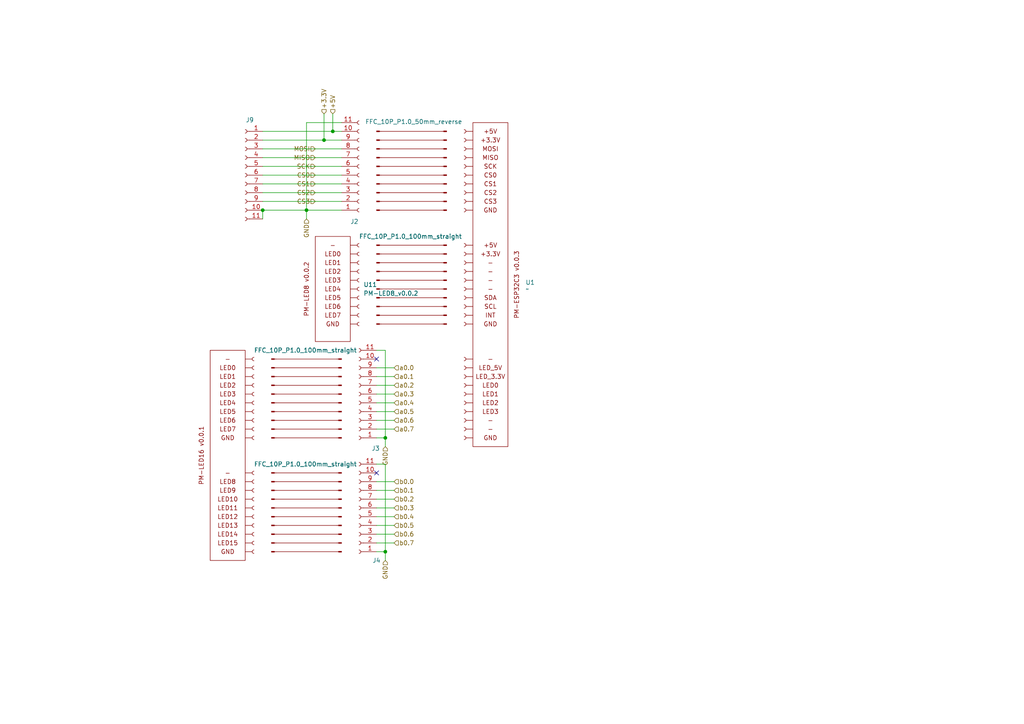
<source format=kicad_sch>
(kicad_sch (version 20231120) (generator "eeschema") (generator_version "8.0")
  (paper "A4")
  (lib_symbols
    (symbol "kicad_inventree_lib:AFA07-S10FCC-00" (pin_names (offset 1.016) hide)
      (property "Reference" "J" (at 0 12.7 0))
      (property "Value" "AFA07-S10FCC-00" (at 0 -20.32 0))
      (symbol "AFA07-S10FCC-00_1_1"
        (arc (start 0 -14.732) (mid -0.5058 -15.24) (end 0 -15.748) (stroke (width 0.1524)))
        (arc (start 0 -12.192) (mid -0.5058 -12.7) (end 0 -13.208) (stroke (width 0.1524)))
        (arc (start 0 -9.652) (mid -0.5058 -10.16) (end 0 -10.668) (stroke (width 0.1524)))
        (arc (start 0 -7.112) (mid -0.5058 -7.62) (end 0 -8.128) (stroke (width 0.1524)))
        (arc (start 0 -4.572) (mid -0.5058 -5.08) (end 0 -5.588) (stroke (width 0.1524)))
        (arc (start 0 -2.032) (mid -0.5058 -2.54) (end 0 -3.048) (stroke (width 0.1524)))
        (polyline (pts (xy -1.27 -15.24) (xy -0.508 -15.24)) (stroke (width 0.1524)))
        (polyline (pts (xy -1.27 -12.7) (xy -0.508 -12.7)) (stroke (width 0.1524)))
        (polyline (pts (xy -1.27 -10.16) (xy -0.508 -10.16)) (stroke (width 0.1524)))
        (polyline (pts (xy -1.27 -7.62) (xy -0.508 -7.62)) (stroke (width 0.1524)))
        (polyline (pts (xy -1.27 -5.08) (xy -0.508 -5.08)) (stroke (width 0.1524)))
        (polyline (pts (xy -1.27 -2.54) (xy -0.508 -2.54)) (stroke (width 0.1524)))
        (polyline (pts (xy -1.27 0) (xy -0.508 0)) (stroke (width 0.1524)))
        (polyline (pts (xy -1.27 2.54) (xy -0.508 2.54)) (stroke (width 0.1524)))
        (polyline (pts (xy -1.27 5.08) (xy -0.508 5.08)) (stroke (width 0.1524)))
        (polyline (pts (xy -1.27 7.62) (xy -0.508 7.62)) (stroke (width 0.1524)))
        (polyline (pts (xy -1.27 10.16) (xy -0.508 10.16)) (stroke (width 0.1524)))
        (arc (start 0 0.508) (mid -0.5058 0) (end 0 -0.508) (stroke (width 0.1524)))
        (arc (start 0 3.048) (mid -0.5058 2.54) (end 0 2.032) (stroke (width 0.1524)))
        (arc (start 0 5.588) (mid -0.5058 5.08) (end 0 4.572) (stroke (width 0.1524)))
        (arc (start 0 8.128) (mid -0.5058 7.62) (end 0 7.112) (stroke (width 0.1524)))
        (arc (start 0 10.668) (mid -0.5058 10.16) (end 0 9.652) (stroke (width 0.1524)))
        (pin passive line (at -5.08 10.16 0) (length 3.81) (name "Pin_1") (number "1"))
        (pin passive line (at -5.08 -12.7 0) (length 3.81) (name "Pin_10") (number "10"))
        (pin passive line (at -5.08 -15.24 0) (length 3.81) (name "Pin_11") (number "11"))
        (pin passive line (at -5.08 7.62 0) (length 3.81) (name "Pin_2") (number "2"))
        (pin passive line (at -5.08 5.08 0) (length 3.81) (name "Pin_3") (number "3"))
        (pin passive line (at -5.08 2.54 0) (length 3.81) (name "Pin_4") (number "4"))
        (pin passive line (at -5.08 0 0) (length 3.81) (name "Pin_5") (number "5"))
        (pin passive line (at -5.08 -2.54 0) (length 3.81) (name "Pin_6") (number "6"))
        (pin passive line (at -5.08 -5.08 0) (length 3.81) (name "Pin_7") (number "7"))
        (pin passive line (at -5.08 -7.62 0) (length 3.81) (name "Pin_8") (number "8"))
        (pin passive line (at -5.08 -10.16 0) (length 3.81) (name "Pin_9") (number "9"))
      )
    )
    (symbol "kicad_inventree_lib:FFC_10P_P1.0_100mm_straight" (on_board no)
      (property "Reference" "J" (at 0 2.794 0))
      (property "Value" "FFC_10P_P1.0_100mm_straight" (at 0 0 0))
      (symbol "FFC_10P_P1.0_100mm_straight_0_1"
        (polyline (pts (xy -8.89 -25.4) (xy 8.89 -25.4)))
        (polyline (pts (xy -8.89 -22.86) (xy 8.89 -22.86)))
        (polyline (pts (xy -8.89 -20.32) (xy 8.89 -20.32)))
        (polyline (pts (xy -8.89 -17.78) (xy 8.89 -17.78)))
        (polyline (pts (xy -8.89 -15.24) (xy 8.89 -15.24)))
        (polyline (pts (xy -8.89 -12.7) (xy 8.89 -12.7)))
        (polyline (pts (xy -8.89 -10.16) (xy 8.89 -10.16)))
        (polyline (pts (xy -8.89 -7.62) (xy 8.89 -7.62)))
        (polyline (pts (xy -8.89 -5.08) (xy 8.89 -5.08)))
        (polyline (pts (xy -8.89 -2.54) (xy 8.89 -2.54)))
      )
      (symbol "FFC_10P_P1.0_100mm_straight_1_1"
        (rectangle (start -10.16 -25.273) (end -9.2964 -25.527) (stroke (width 0.1524)) (fill (type outline)))
        (rectangle (start -10.16 -22.733) (end -9.2964 -22.987) (stroke (width 0.1524)) (fill (type outline)))
        (rectangle (start -10.16 -20.193) (end -9.2964 -20.447) (stroke (width 0.1524)) (fill (type outline)))
        (rectangle (start -10.16 -17.653) (end -9.2964 -17.907) (stroke (width 0.1524)) (fill (type outline)))
        (rectangle (start -10.16 -15.113) (end -9.2964 -15.367) (stroke (width 0.1524)) (fill (type outline)))
        (rectangle (start -10.16 -12.573) (end -9.2964 -12.827) (stroke (width 0.1524)) (fill (type outline)))
        (rectangle (start -10.16 -10.033) (end -9.2964 -10.287) (stroke (width 0.1524)) (fill (type outline)))
        (rectangle (start -10.16 -7.493) (end -9.2964 -7.747) (stroke (width 0.1524)) (fill (type outline)))
        (rectangle (start -10.16 -4.953) (end -9.2964 -5.207) (stroke (width 0.1524)) (fill (type outline)))
        (rectangle (start -10.16 -2.413) (end -9.2964 -2.667) (stroke (width 0.1524)) (fill (type outline)))
        (polyline (pts (xy -8.89 -25.4) (xy -9.2964 -25.4)) (stroke (width 0.1524)))
        (polyline (pts (xy -8.89 -22.86) (xy -9.2964 -22.86)) (stroke (width 0.1524)))
        (polyline (pts (xy -8.89 -20.32) (xy -9.2964 -20.32)) (stroke (width 0.1524)))
        (polyline (pts (xy -8.89 -17.78) (xy -9.2964 -17.78)) (stroke (width 0.1524)))
        (polyline (pts (xy -8.89 -15.24) (xy -9.2964 -15.24)) (stroke (width 0.1524)))
        (polyline (pts (xy -8.89 -12.7) (xy -9.2964 -12.7)) (stroke (width 0.1524)))
        (polyline (pts (xy -8.89 -10.16) (xy -9.2964 -10.16)) (stroke (width 0.1524)))
        (polyline (pts (xy -8.89 -7.62) (xy -9.2964 -7.62)) (stroke (width 0.1524)))
        (polyline (pts (xy -8.89 -5.08) (xy -9.2964 -5.08)) (stroke (width 0.1524)))
        (polyline (pts (xy -8.89 -2.54) (xy -9.2964 -2.54)) (stroke (width 0.1524)))
        (polyline (pts (xy 8.89 -25.4) (xy 9.2964 -25.4)) (stroke (width 0.1524)))
        (polyline (pts (xy 8.89 -22.86) (xy 9.2964 -22.86)) (stroke (width 0.1524)))
        (polyline (pts (xy 8.89 -20.32) (xy 9.2964 -20.32)) (stroke (width 0.1524)))
        (polyline (pts (xy 8.89 -17.78) (xy 9.2964 -17.78)) (stroke (width 0.1524)))
        (polyline (pts (xy 8.89 -15.24) (xy 9.2964 -15.24)) (stroke (width 0.1524)))
        (polyline (pts (xy 8.89 -12.7) (xy 9.2964 -12.7)) (stroke (width 0.1524)))
        (polyline (pts (xy 8.89 -10.16) (xy 9.2964 -10.16)) (stroke (width 0.1524)))
        (polyline (pts (xy 8.89 -7.62) (xy 9.2964 -7.62)) (stroke (width 0.1524)))
        (polyline (pts (xy 8.89 -5.08) (xy 9.2964 -5.08)) (stroke (width 0.1524)))
        (polyline (pts (xy 8.89 -2.54) (xy 9.2964 -2.54)) (stroke (width 0.1524)))
        (rectangle (start 9.2964 -25.273) (end 10.16 -25.527) (stroke (width 0.1524)) (fill (type outline)))
        (rectangle (start 9.2964 -22.733) (end 10.16 -22.987) (stroke (width 0.1524)) (fill (type outline)))
        (rectangle (start 9.2964 -20.193) (end 10.16 -20.447) (stroke (width 0.1524)) (fill (type outline)))
        (rectangle (start 9.2964 -17.653) (end 10.16 -17.907) (stroke (width 0.1524)) (fill (type outline)))
        (rectangle (start 9.2964 -15.113) (end 10.16 -15.367) (stroke (width 0.1524)) (fill (type outline)))
        (rectangle (start 9.2964 -12.573) (end 10.16 -12.827) (stroke (width 0.1524)) (fill (type outline)))
        (rectangle (start 9.2964 -10.033) (end 10.16 -10.287) (stroke (width 0.1524)) (fill (type outline)))
        (rectangle (start 9.2964 -7.493) (end 10.16 -7.747) (stroke (width 0.1524)) (fill (type outline)))
        (rectangle (start 9.2964 -4.953) (end 10.16 -5.207) (stroke (width 0.1524)) (fill (type outline)))
        (rectangle (start 9.2964 -2.413) (end 10.16 -2.667) (stroke (width 0.1524)) (fill (type outline)))
      )
    )
    (symbol "kicad_inventree_lib:FFC_10P_P1.0_50mm_reverse" (on_board no)
      (property "Reference" "J" (at 0 2.794 0))
      (property "Value" "FFC_10P_P1.0_50mm_reverse" (at 0 0 0))
      (symbol "FFC_10P_P1.0_50mm_reverse_0_1"
        (polyline (pts (xy -8.89 -25.4) (xy 8.89 -25.4)))
        (polyline (pts (xy -8.89 -22.86) (xy 8.89 -22.86)))
        (polyline (pts (xy -8.89 -20.32) (xy 8.89 -20.32)))
        (polyline (pts (xy -8.89 -17.78) (xy 8.89 -17.78)))
        (polyline (pts (xy -8.89 -15.24) (xy 8.89 -15.24)))
        (polyline (pts (xy -8.89 -12.7) (xy 8.89 -12.7)))
        (polyline (pts (xy -8.89 -10.16) (xy 8.89 -10.16)))
        (polyline (pts (xy -8.89 -7.62) (xy 8.89 -7.62)))
        (polyline (pts (xy -8.89 -5.08) (xy 8.89 -5.08)))
        (polyline (pts (xy -8.89 -2.54) (xy 8.89 -2.54)))
      )
      (symbol "FFC_10P_P1.0_50mm_reverse_1_1"
        (rectangle (start -10.16 -25.273) (end -9.2964 -25.527) (stroke (width 0.1524)) (fill (type outline)))
        (rectangle (start -10.16 -22.733) (end -9.2964 -22.987) (stroke (width 0.1524)) (fill (type outline)))
        (rectangle (start -10.16 -20.193) (end -9.2964 -20.447) (stroke (width 0.1524)) (fill (type outline)))
        (rectangle (start -10.16 -17.653) (end -9.2964 -17.907) (stroke (width 0.1524)) (fill (type outline)))
        (rectangle (start -10.16 -15.113) (end -9.2964 -15.367) (stroke (width 0.1524)) (fill (type outline)))
        (rectangle (start -10.16 -12.573) (end -9.2964 -12.827) (stroke (width 0.1524)) (fill (type outline)))
        (rectangle (start -10.16 -10.033) (end -9.2964 -10.287) (stroke (width 0.1524)) (fill (type outline)))
        (rectangle (start -10.16 -7.493) (end -9.2964 -7.747) (stroke (width 0.1524)) (fill (type outline)))
        (rectangle (start -10.16 -4.953) (end -9.2964 -5.207) (stroke (width 0.1524)) (fill (type outline)))
        (rectangle (start -10.16 -2.413) (end -9.2964 -2.667) (stroke (width 0.1524)) (fill (type outline)))
        (polyline (pts (xy -8.89 -25.4) (xy -9.2964 -25.4)) (stroke (width 0.1524)))
        (polyline (pts (xy -8.89 -22.86) (xy -9.2964 -22.86)) (stroke (width 0.1524)))
        (polyline (pts (xy -8.89 -20.32) (xy -9.2964 -20.32)) (stroke (width 0.1524)))
        (polyline (pts (xy -8.89 -17.78) (xy -9.2964 -17.78)) (stroke (width 0.1524)))
        (polyline (pts (xy -8.89 -15.24) (xy -9.2964 -15.24)) (stroke (width 0.1524)))
        (polyline (pts (xy -8.89 -12.7) (xy -9.2964 -12.7)) (stroke (width 0.1524)))
        (polyline (pts (xy -8.89 -10.16) (xy -9.2964 -10.16)) (stroke (width 0.1524)))
        (polyline (pts (xy -8.89 -7.62) (xy -9.2964 -7.62)) (stroke (width 0.1524)))
        (polyline (pts (xy -8.89 -5.08) (xy -9.2964 -5.08)) (stroke (width 0.1524)))
        (polyline (pts (xy -8.89 -2.54) (xy -9.2964 -2.54)) (stroke (width 0.1524)))
        (polyline (pts (xy 8.89 -25.4) (xy 9.2964 -25.4)) (stroke (width 0.1524)))
        (polyline (pts (xy 8.89 -22.86) (xy 9.2964 -22.86)) (stroke (width 0.1524)))
        (polyline (pts (xy 8.89 -20.32) (xy 9.2964 -20.32)) (stroke (width 0.1524)))
        (polyline (pts (xy 8.89 -17.78) (xy 9.2964 -17.78)) (stroke (width 0.1524)))
        (polyline (pts (xy 8.89 -15.24) (xy 9.2964 -15.24)) (stroke (width 0.1524)))
        (polyline (pts (xy 8.89 -12.7) (xy 9.2964 -12.7)) (stroke (width 0.1524)))
        (polyline (pts (xy 8.89 -10.16) (xy 9.2964 -10.16)) (stroke (width 0.1524)))
        (polyline (pts (xy 8.89 -7.62) (xy 9.2964 -7.62)) (stroke (width 0.1524)))
        (polyline (pts (xy 8.89 -5.08) (xy 9.2964 -5.08)) (stroke (width 0.1524)))
        (polyline (pts (xy 8.89 -2.54) (xy 9.2964 -2.54)) (stroke (width 0.1524)))
        (rectangle (start 9.2964 -25.273) (end 10.16 -25.527) (stroke (width 0.1524)) (fill (type outline)))
        (rectangle (start 9.2964 -22.733) (end 10.16 -22.987) (stroke (width 0.1524)) (fill (type outline)))
        (rectangle (start 9.2964 -20.193) (end 10.16 -20.447) (stroke (width 0.1524)) (fill (type outline)))
        (rectangle (start 9.2964 -17.653) (end 10.16 -17.907) (stroke (width 0.1524)) (fill (type outline)))
        (rectangle (start 9.2964 -15.113) (end 10.16 -15.367) (stroke (width 0.1524)) (fill (type outline)))
        (rectangle (start 9.2964 -12.573) (end 10.16 -12.827) (stroke (width 0.1524)) (fill (type outline)))
        (rectangle (start 9.2964 -10.033) (end 10.16 -10.287) (stroke (width 0.1524)) (fill (type outline)))
        (rectangle (start 9.2964 -7.493) (end 10.16 -7.747) (stroke (width 0.1524)) (fill (type outline)))
        (rectangle (start 9.2964 -4.953) (end 10.16 -5.207) (stroke (width 0.1524)) (fill (type outline)))
        (rectangle (start 9.2964 -2.413) (end 10.16 -2.667) (stroke (width 0.1524)) (fill (type outline)))
      )
    )
    (symbol "kicad_inventree_lib:PM-ESP32C3_v0.0.3"
      (property "Reference" "U" (at 10.16 -49.53 0))
      (symbol "PM-ESP32C3_v0.0.3_0_1"
        (rectangle (start -5.08 -2.54) (end 5.08 -96.52))
      )
      (symbol "PM-ESP32C3_v0.0.3_1_1"
        (arc (start -7.6178 -94.488) (mid -7.112 -93.98) (end -7.6178 -93.472) (stroke (width 0.1524)))
        (arc (start -7.6178 -91.948) (mid -7.112 -91.44) (end -7.6178 -90.932) (stroke (width 0.1524)))
        (arc (start -7.6178 -89.408) (mid -7.112 -88.9) (end -7.6178 -88.392) (stroke (width 0.1524)))
        (arc (start -7.6178 -86.868) (mid -7.112 -86.36) (end -7.6178 -85.852) (stroke (width 0.1524)))
        (arc (start -7.6178 -84.328) (mid -7.112 -83.82) (end -7.6178 -83.312) (stroke (width 0.1524)))
        (arc (start -7.6178 -81.788) (mid -7.112 -81.28) (end -7.6178 -80.772) (stroke (width 0.1524)))
        (arc (start -7.6178 -79.248) (mid -7.112 -78.74) (end -7.6178 -78.232) (stroke (width 0.1524)))
        (arc (start -7.6178 -76.708) (mid -7.112 -76.2) (end -7.6178 -75.692) (stroke (width 0.1524)))
        (arc (start -7.6178 -74.168) (mid -7.112 -73.66) (end -7.6178 -73.152) (stroke (width 0.1524)))
        (arc (start -7.6178 -71.628) (mid -7.112 -71.12) (end -7.6178 -70.612) (stroke (width 0.1524)))
        (arc (start -7.6178 -61.468) (mid -7.112 -60.96) (end -7.6178 -60.452) (stroke (width 0.1524)))
        (arc (start -7.6178 -58.928) (mid -7.112 -58.42) (end -7.6178 -57.912) (stroke (width 0.1524)))
        (arc (start -7.6178 -56.388) (mid -7.112 -55.88) (end -7.6178 -55.372) (stroke (width 0.1524)))
        (arc (start -7.6178 -53.848) (mid -7.112 -53.34) (end -7.6178 -52.832) (stroke (width 0.1524)))
        (arc (start -7.6178 -51.308) (mid -7.112 -50.8) (end -7.6178 -50.292) (stroke (width 0.1524)))
        (arc (start -7.6178 -48.768) (mid -7.112 -48.26) (end -7.6178 -47.752) (stroke (width 0.1524)))
        (arc (start -7.6178 -46.228) (mid -7.112 -45.72) (end -7.6178 -45.212) (stroke (width 0.1524)))
        (arc (start -7.6178 -43.688) (mid -7.112 -43.18) (end -7.6178 -42.672) (stroke (width 0.1524)))
        (arc (start -7.6178 -41.148) (mid -7.112 -40.64) (end -7.6178 -40.132) (stroke (width 0.1524)))
        (arc (start -7.6178 -38.608) (mid -7.112 -38.1) (end -7.6178 -37.592) (stroke (width 0.1524)))
        (arc (start -7.6178 -28.448) (mid -7.112 -27.94) (end -7.6178 -27.432) (stroke (width 0.1524)))
        (arc (start -7.6178 -25.908) (mid -7.112 -25.4) (end -7.6178 -24.892) (stroke (width 0.1524)))
        (arc (start -7.6178 -23.368) (mid -7.112 -22.86) (end -7.6178 -22.352) (stroke (width 0.1524)))
        (arc (start -7.6178 -20.828) (mid -7.112 -20.32) (end -7.6178 -19.812) (stroke (width 0.1524)))
        (arc (start -7.6178 -18.288) (mid -7.112 -17.78) (end -7.6178 -17.272) (stroke (width 0.1524)))
        (arc (start -7.6178 -15.748) (mid -7.112 -15.24) (end -7.6178 -14.732) (stroke (width 0.1524)))
        (arc (start -7.6178 -13.208) (mid -7.112 -12.7) (end -7.6178 -12.192) (stroke (width 0.1524)))
        (arc (start -7.6178 -10.668) (mid -7.112 -10.16) (end -7.6178 -9.652) (stroke (width 0.1524)))
        (arc (start -7.6178 -8.128) (mid -7.112 -7.62) (end -7.6178 -7.112) (stroke (width 0.1524)))
        (arc (start -7.6178 -5.588) (mid -7.112 -5.08) (end -7.6178 -4.572) (stroke (width 0.1524)))
        (polyline (pts (xy -5.08 -93.98) (xy -7.1098 -93.98)) (stroke (width 0.1524)))
        (polyline (pts (xy -5.08 -91.44) (xy -7.1098 -91.44)) (stroke (width 0.1524)))
        (polyline (pts (xy -5.08 -88.9) (xy -7.1098 -88.9)) (stroke (width 0.1524)))
        (polyline (pts (xy -5.08 -86.36) (xy -7.1098 -86.36)) (stroke (width 0.1524)))
        (polyline (pts (xy -5.08 -83.82) (xy -7.1098 -83.82)) (stroke (width 0.1524)))
        (polyline (pts (xy -5.08 -81.28) (xy -7.1098 -81.28)) (stroke (width 0.1524)))
        (polyline (pts (xy -5.08 -78.74) (xy -7.1098 -78.74)) (stroke (width 0.1524)))
        (polyline (pts (xy -5.08 -76.2) (xy -7.1098 -76.2)) (stroke (width 0.1524)))
        (polyline (pts (xy -5.08 -73.66) (xy -7.1098 -73.66)) (stroke (width 0.1524)))
        (polyline (pts (xy -5.08 -71.12) (xy -7.1098 -71.12)) (stroke (width 0.1524)))
        (polyline (pts (xy -5.08 -60.96) (xy -7.1098 -60.96)) (stroke (width 0.1524)))
        (polyline (pts (xy -5.08 -58.42) (xy -7.1098 -58.42)) (stroke (width 0.1524)))
        (polyline (pts (xy -5.08 -55.88) (xy -7.1098 -55.88)) (stroke (width 0.1524)))
        (polyline (pts (xy -5.08 -53.34) (xy -7.1098 -53.34)) (stroke (width 0.1524)))
        (polyline (pts (xy -5.08 -50.8) (xy -7.1098 -50.8)) (stroke (width 0.1524)))
        (polyline (pts (xy -5.08 -48.26) (xy -7.1098 -48.26)) (stroke (width 0.1524)))
        (polyline (pts (xy -5.08 -45.72) (xy -7.1098 -45.72)) (stroke (width 0.1524)))
        (polyline (pts (xy -5.08 -43.18) (xy -7.1098 -43.18)) (stroke (width 0.1524)))
        (polyline (pts (xy -5.08 -40.64) (xy -7.1098 -40.64)) (stroke (width 0.1524)))
        (polyline (pts (xy -5.08 -38.1) (xy -7.1098 -38.1)) (stroke (width 0.1524)))
        (polyline (pts (xy -5.08 -27.94) (xy -7.1098 -27.94)) (stroke (width 0.1524)))
        (polyline (pts (xy -5.08 -25.4) (xy -7.1098 -25.4)) (stroke (width 0.1524)))
        (polyline (pts (xy -5.08 -22.86) (xy -7.1098 -22.86)) (stroke (width 0.1524)))
        (polyline (pts (xy -5.08 -20.32) (xy -7.1098 -20.32)) (stroke (width 0.1524)))
        (polyline (pts (xy -5.08 -17.78) (xy -7.1098 -17.78)) (stroke (width 0.1524)))
        (polyline (pts (xy -5.08 -15.24) (xy -7.1098 -15.24)) (stroke (width 0.1524)))
        (polyline (pts (xy -5.08 -12.7) (xy -7.1098 -12.7)) (stroke (width 0.1524)))
        (polyline (pts (xy -5.08 -10.16) (xy -7.1098 -10.16)) (stroke (width 0.1524)))
        (polyline (pts (xy -5.08 -7.62) (xy -7.1098 -7.62)) (stroke (width 0.1524)))
        (polyline (pts (xy -5.08 -5.08) (xy -7.1098 -5.08)) (stroke (width 0.1524)))
        (text "+3.3V" (at 0 -40.64 0) (effects (font (size 1.27 1.27))))
        (text "+3.3V" (at 0 -7.62 0) (effects (font (size 1.27 1.27))))
        (text "+5V" (at 0 -38.1 0) (effects (font (size 1.27 1.27))))
        (text "+5V" (at 0 -5.08 0) (effects (font (size 1.27 1.27))))
        (text "-" (at 0 -91.44 0) (effects (font (size 1.27 1.27))))
        (text "-" (at 0 -88.9 0) (effects (font (size 1.27 1.27))))
        (text "-" (at 0 -71.12 0) (effects (font (size 1.27 1.27))))
        (text "-" (at 0 -50.8 0) (effects (font (size 1.27 1.27))))
        (text "-" (at 0 -48.26 0) (effects (font (size 1.27 1.27))))
        (text "-" (at 0 -45.72 0) (effects (font (size 1.27 1.27))))
        (text "-" (at 0 -43.18 0) (effects (font (size 1.27 1.27))))
        (text "CS0" (at 0 -17.78 0) (effects (font (size 1.27 1.27))))
        (text "CS1" (at 0 -20.32 0) (effects (font (size 1.27 1.27))))
        (text "CS2" (at 0 -22.86 0) (effects (font (size 1.27 1.27))))
        (text "CS3" (at 0 -25.4 0) (effects (font (size 1.27 1.27))))
        (text "GND" (at 0 -93.98 0) (effects (font (size 1.27 1.27))))
        (text "GND" (at 0 -60.96 0) (effects (font (size 1.27 1.27))))
        (text "GND" (at 0 -27.94 0) (effects (font (size 1.27 1.27))))
        (text "INT" (at 0 -58.42 0) (effects (font (size 1.27 1.27))))
        (text "LED0" (at 0 -78.74 0) (effects (font (size 1.27 1.27))))
        (text "LED1" (at 0 -81.28 0) (effects (font (size 1.27 1.27))))
        (text "LED2" (at 0 -83.82 0) (effects (font (size 1.27 1.27))))
        (text "LED3" (at 0 -86.36 0) (effects (font (size 1.27 1.27))))
        (text "LED_3.3V" (at 0 -76.2 0) (effects (font (size 1.27 1.27))))
        (text "LED_5V" (at 0 -73.66 0) (effects (font (size 1.27 1.27))))
        (text "MISO" (at 0 -12.7 0) (effects (font (size 1.27 1.27))))
        (text "MOSI" (at 0 -10.16 0) (effects (font (size 1.27 1.27))))
        (text "PM-ESP32C3 v0.0.3" (at 7.62 -49.53 900) (effects (font (size 1.27 1.27))))
        (text "SCK" (at 0 -15.24 0) (effects (font (size 1.27 1.27))))
        (text "SCL" (at 0 -55.88 0) (effects (font (size 1.27 1.27))))
        (text "SDA" (at 0 -53.34 0) (effects (font (size 1.27 1.27))))
      )
    )
    (symbol "kicad_inventree_lib:PM-LED16_v0.0.1"
      (property "Reference" "U" (at 0 2.54 0))
      (property "Value" "PM-LED16_v0.0.1" (at 0 0 0))
      (symbol "PM-LED16_v0.0.1_0_1"
        (rectangle (start -5.08 -2.54) (end 5.08 -63.5))
      )
      (symbol "PM-LED16_v0.0.1_1_1"
        (polyline (pts (xy 5.08 -60.96) (xy 7.1098 -60.96)) (stroke (width 0.1524)))
        (polyline (pts (xy 5.08 -58.42) (xy 7.1098 -58.42)) (stroke (width 0.1524)))
        (polyline (pts (xy 5.08 -55.88) (xy 7.1098 -55.88)) (stroke (width 0.1524)))
        (polyline (pts (xy 5.08 -53.34) (xy 7.1098 -53.34)) (stroke (width 0.1524)))
        (polyline (pts (xy 5.08 -50.8) (xy 7.1098 -50.8)) (stroke (width 0.1524)))
        (polyline (pts (xy 5.08 -48.26) (xy 7.1098 -48.26)) (stroke (width 0.1524)))
        (polyline (pts (xy 5.08 -45.72) (xy 7.1098 -45.72)) (stroke (width 0.1524)))
        (polyline (pts (xy 5.08 -43.18) (xy 7.1098 -43.18)) (stroke (width 0.1524)))
        (polyline (pts (xy 5.08 -40.64) (xy 7.1098 -40.64)) (stroke (width 0.1524)))
        (polyline (pts (xy 5.08 -38.1) (xy 7.1098 -38.1)) (stroke (width 0.1524)))
        (polyline (pts (xy 5.08 -27.94) (xy 7.1098 -27.94)) (stroke (width 0.1524)))
        (polyline (pts (xy 5.08 -25.4) (xy 7.1098 -25.4)) (stroke (width 0.1524)))
        (polyline (pts (xy 5.08 -22.86) (xy 7.1098 -22.86)) (stroke (width 0.1524)))
        (polyline (pts (xy 5.08 -20.32) (xy 7.1098 -20.32)) (stroke (width 0.1524)))
        (polyline (pts (xy 5.08 -17.78) (xy 7.1098 -17.78)) (stroke (width 0.1524)))
        (polyline (pts (xy 5.08 -15.24) (xy 7.1098 -15.24)) (stroke (width 0.1524)))
        (polyline (pts (xy 5.08 -12.7) (xy 7.1098 -12.7)) (stroke (width 0.1524)))
        (polyline (pts (xy 5.08 -10.16) (xy 7.1098 -10.16)) (stroke (width 0.1524)))
        (polyline (pts (xy 5.08 -7.62) (xy 7.1098 -7.62)) (stroke (width 0.1524)))
        (polyline (pts (xy 5.08 -5.08) (xy 7.1098 -5.08)) (stroke (width 0.1524)))
        (arc (start 7.6178 -60.452) (mid 7.112 -60.96) (end 7.6178 -61.468) (stroke (width 0.1524)))
        (arc (start 7.6178 -57.912) (mid 7.112 -58.42) (end 7.6178 -58.928) (stroke (width 0.1524)))
        (arc (start 7.6178 -55.372) (mid 7.112 -55.88) (end 7.6178 -56.388) (stroke (width 0.1524)))
        (arc (start 7.6178 -52.832) (mid 7.112 -53.34) (end 7.6178 -53.848) (stroke (width 0.1524)))
        (arc (start 7.6178 -50.292) (mid 7.112 -50.8) (end 7.6178 -51.308) (stroke (width 0.1524)))
        (arc (start 7.6178 -47.752) (mid 7.112 -48.26) (end 7.6178 -48.768) (stroke (width 0.1524)))
        (arc (start 7.6178 -45.212) (mid 7.112 -45.72) (end 7.6178 -46.228) (stroke (width 0.1524)))
        (arc (start 7.6178 -42.672) (mid 7.112 -43.18) (end 7.6178 -43.688) (stroke (width 0.1524)))
        (arc (start 7.6178 -40.132) (mid 7.112 -40.64) (end 7.6178 -41.148) (stroke (width 0.1524)))
        (arc (start 7.6178 -37.592) (mid 7.112 -38.1) (end 7.6178 -38.608) (stroke (width 0.1524)))
        (arc (start 7.6178 -27.432) (mid 7.112 -27.94) (end 7.6178 -28.448) (stroke (width 0.1524)))
        (arc (start 7.6178 -24.892) (mid 7.112 -25.4) (end 7.6178 -25.908) (stroke (width 0.1524)))
        (arc (start 7.6178 -22.352) (mid 7.112 -22.86) (end 7.6178 -23.368) (stroke (width 0.1524)))
        (arc (start 7.6178 -19.812) (mid 7.112 -20.32) (end 7.6178 -20.828) (stroke (width 0.1524)))
        (arc (start 7.6178 -17.272) (mid 7.112 -17.78) (end 7.6178 -18.288) (stroke (width 0.1524)))
        (arc (start 7.6178 -14.732) (mid 7.112 -15.24) (end 7.6178 -15.748) (stroke (width 0.1524)))
        (arc (start 7.6178 -12.192) (mid 7.112 -12.7) (end 7.6178 -13.208) (stroke (width 0.1524)))
        (arc (start 7.6178 -9.652) (mid 7.112 -10.16) (end 7.6178 -10.668) (stroke (width 0.1524)))
        (arc (start 7.6178 -7.112) (mid 7.112 -7.62) (end 7.6178 -8.128) (stroke (width 0.1524)))
        (arc (start 7.6178 -4.572) (mid 7.112 -5.08) (end 7.6178 -5.588) (stroke (width 0.1524)))
        (text "-" (at 0 -38.1 0) (effects (font (size 1.27 1.27))))
        (text "-" (at 0 -5.08 0) (effects (font (size 1.27 1.27))))
        (text "GND" (at 0 -60.96 0) (effects (font (size 1.27 1.27))))
        (text "GND" (at 0 -27.94 0) (effects (font (size 1.27 1.27))))
        (text "LED0" (at 0 -7.62 0) (effects (font (size 1.27 1.27))))
        (text "LED1" (at 0 -10.16 0) (effects (font (size 1.27 1.27))))
        (text "LED10" (at 0 -45.72 0) (effects (font (size 1.27 1.27))))
        (text "LED11" (at 0 -48.26 0) (effects (font (size 1.27 1.27))))
        (text "LED12" (at 0 -50.8 0) (effects (font (size 1.27 1.27))))
        (text "LED13" (at 0 -53.34 0) (effects (font (size 1.27 1.27))))
        (text "LED14" (at 0 -55.88 0) (effects (font (size 1.27 1.27))))
        (text "LED15" (at 0 -58.42 0) (effects (font (size 1.27 1.27))))
        (text "LED2" (at 0 -12.7 0) (effects (font (size 1.27 1.27))))
        (text "LED3" (at 0 -15.24 0) (effects (font (size 1.27 1.27))))
        (text "LED4" (at 0 -17.78 0) (effects (font (size 1.27 1.27))))
        (text "LED5" (at 0 -20.32 0) (effects (font (size 1.27 1.27))))
        (text "LED6" (at 0 -22.86 0) (effects (font (size 1.27 1.27))))
        (text "LED7" (at 0 -25.4 0) (effects (font (size 1.27 1.27))))
        (text "LED8" (at 0 -40.64 0) (effects (font (size 1.27 1.27))))
        (text "LED9" (at 0 -43.18 0) (effects (font (size 1.27 1.27))))
        (text "PM-LED16 v0.0.1" (at -7.62 -33.02 900) (effects (font (size 1.27 1.27))))
      )
    )
    (symbol "kicad_inventree_lib:PM-LED8_v0.0.2"
      (property "Reference" "U" (at 0 2.54 0))
      (property "Value" "PM-LED8_v0.0.2" (at 0 0 0))
      (symbol "PM-LED8_v0.0.2_0_1"
        (rectangle (start -5.08 -2.54) (end 5.08 -33.02))
      )
      (symbol "PM-LED8_v0.0.2_1_1"
        (polyline (pts (xy 5.08 -27.94) (xy 7.1098 -27.94)) (stroke (width 0.1524)))
        (polyline (pts (xy 5.08 -25.4) (xy 7.1098 -25.4)) (stroke (width 0.1524)))
        (polyline (pts (xy 5.08 -22.86) (xy 7.1098 -22.86)) (stroke (width 0.1524)))
        (polyline (pts (xy 5.08 -20.32) (xy 7.1098 -20.32)) (stroke (width 0.1524)))
        (polyline (pts (xy 5.08 -17.78) (xy 7.1098 -17.78)) (stroke (width 0.1524)))
        (polyline (pts (xy 5.08 -15.24) (xy 7.1098 -15.24)) (stroke (width 0.1524)))
        (polyline (pts (xy 5.08 -12.7) (xy 7.1098 -12.7)) (stroke (width 0.1524)))
        (polyline (pts (xy 5.08 -10.16) (xy 7.1098 -10.16)) (stroke (width 0.1524)))
        (polyline (pts (xy 5.08 -7.62) (xy 7.1098 -7.62)) (stroke (width 0.1524)))
        (polyline (pts (xy 5.08 -5.08) (xy 7.1098 -5.08)) (stroke (width 0.1524)))
        (arc (start 7.6178 -27.432) (mid 7.112 -27.94) (end 7.6178 -28.448) (stroke (width 0.1524)))
        (arc (start 7.6178 -24.892) (mid 7.112 -25.4) (end 7.6178 -25.908) (stroke (width 0.1524)))
        (arc (start 7.6178 -22.352) (mid 7.112 -22.86) (end 7.6178 -23.368) (stroke (width 0.1524)))
        (arc (start 7.6178 -19.812) (mid 7.112 -20.32) (end 7.6178 -20.828) (stroke (width 0.1524)))
        (arc (start 7.6178 -17.272) (mid 7.112 -17.78) (end 7.6178 -18.288) (stroke (width 0.1524)))
        (arc (start 7.6178 -14.732) (mid 7.112 -15.24) (end 7.6178 -15.748) (stroke (width 0.1524)))
        (arc (start 7.6178 -12.192) (mid 7.112 -12.7) (end 7.6178 -13.208) (stroke (width 0.1524)))
        (arc (start 7.6178 -9.652) (mid 7.112 -10.16) (end 7.6178 -10.668) (stroke (width 0.1524)))
        (arc (start 7.6178 -7.112) (mid 7.112 -7.62) (end 7.6178 -8.128) (stroke (width 0.1524)))
        (arc (start 7.6178 -4.572) (mid 7.112 -5.08) (end 7.6178 -5.588) (stroke (width 0.1524)))
        (text "-" (at 0 -5.08 0) (effects (font (size 1.27 1.27))))
        (text "GND" (at 0 -27.94 0) (effects (font (size 1.27 1.27))))
        (text "LED0" (at 0 -7.62 0) (effects (font (size 1.27 1.27))))
        (text "LED1" (at 0 -10.16 0) (effects (font (size 1.27 1.27))))
        (text "LED2" (at 0 -12.7 0) (effects (font (size 1.27 1.27))))
        (text "LED3" (at 0 -15.24 0) (effects (font (size 1.27 1.27))))
        (text "LED4" (at 0 -17.78 0) (effects (font (size 1.27 1.27))))
        (text "LED5" (at 0 -20.32 0) (effects (font (size 1.27 1.27))))
        (text "LED6" (at 0 -22.86 0) (effects (font (size 1.27 1.27))))
        (text "LED7" (at 0 -25.4 0) (effects (font (size 1.27 1.27))))
        (text "PM-LED8 v0.0.2" (at -7.62 -17.78 900) (effects (font (size 1.27 1.27))))
      )
    )
  )
  (junction (at 93.98 40.64))
  (junction (at 111.76 160.02))
  (junction (at 76.2 60.96))
  (junction (at 88.9 60.96))
  (junction (at 111.76 127))
  (junction (at 96.52 38.1))
  (no_connect (at 109.22 104.14))
  (no_connect (at 109.22 137.16))
  (wire (pts (xy 114.3 149.86) (xy 109.22 149.86)))
  (wire (pts (xy 109.22 134.62) (xy 111.76 134.62)))
  (wire (pts (xy 76.2 48.26) (xy 99.06 48.26)))
  (wire (pts (xy 93.98 33.02) (xy 93.98 40.64)))
  (wire (pts (xy 96.52 38.1) (xy 99.06 38.1)))
  (wire (pts (xy 76.2 38.1) (xy 96.52 38.1)))
  (wire (pts (xy 76.2 55.88) (xy 99.06 55.88)))
  (wire (pts (xy 76.2 43.18) (xy 99.06 43.18)))
  (wire (pts (xy 76.2 53.34) (xy 99.06 53.34)))
  (wire (pts (xy 99.06 40.64) (xy 93.98 40.64)))
  (wire (pts (xy 114.3 111.76) (xy 109.22 111.76)))
  (wire (pts (xy 114.3 114.3) (xy 109.22 114.3)))
  (wire (pts (xy 76.2 60.96) (xy 88.9 60.96)))
  (wire (pts (xy 114.3 157.48) (xy 109.22 157.48)))
  (wire (pts (xy 114.3 124.46) (xy 109.22 124.46)))
  (wire (pts (xy 76.2 50.8) (xy 99.06 50.8)))
  (wire (pts (xy 114.3 152.4) (xy 109.22 152.4)))
  (wire (pts (xy 114.3 121.92) (xy 109.22 121.92)))
  (wire (pts (xy 114.3 106.68) (xy 109.22 106.68)))
  (wire (pts (xy 96.52 33.02) (xy 96.52 38.1)))
  (wire (pts (xy 88.9 60.96) (xy 99.06 60.96)))
  (wire (pts (xy 99.06 35.56) (xy 88.9 35.56)))
  (wire (pts (xy 76.2 60.96) (xy 76.2 63.5)))
  (wire (pts (xy 76.2 58.42) (xy 99.06 58.42)))
  (wire (pts (xy 111.76 134.62) (xy 111.76 160.02)))
  (wire (pts (xy 111.76 160.02) (xy 111.76 162.56)))
  (wire (pts (xy 114.3 142.24) (xy 109.22 142.24)))
  (wire (pts (xy 114.3 147.32) (xy 109.22 147.32)))
  (wire (pts (xy 88.9 63.5) (xy 88.9 60.96)))
  (wire (pts (xy 109.22 101.6) (xy 111.76 101.6)))
  (wire (pts (xy 114.3 154.94) (xy 109.22 154.94)))
  (wire (pts (xy 114.3 139.7) (xy 109.22 139.7)))
  (wire (pts (xy 109.22 127) (xy 111.76 127)))
  (wire (pts (xy 111.76 101.6) (xy 111.76 127)))
  (wire (pts (xy 109.22 160.02) (xy 111.76 160.02)))
  (wire (pts (xy 114.3 109.22) (xy 109.22 109.22)))
  (wire (pts (xy 111.76 127) (xy 111.76 129.54)))
  (wire (pts (xy 114.3 144.78) (xy 109.22 144.78)))
  (wire (pts (xy 76.2 45.72) (xy 99.06 45.72)))
  (wire (pts (xy 76.2 40.64) (xy 93.98 40.64)))
  (wire (pts (xy 114.3 119.38) (xy 109.22 119.38)))
  (wire (pts (xy 88.9 35.56) (xy 88.9 60.96)))
  (wire (pts (xy 114.3 116.84) (xy 109.22 116.84)))
  (hierarchical_label "CS2" (shape input) (at 91.44 55.88 180))
  (hierarchical_label "CS3" (shape input) (at 91.44 58.42 180))
  (hierarchical_label "b0.4" (shape input) (at 114.3 149.86 0))
  (hierarchical_label "b0.7" (shape input) (at 114.3 157.48 0))
  (hierarchical_label "GND" (shape input) (at 111.76 129.54 270))
  (hierarchical_label "b0.0" (shape input) (at 114.3 139.7 0))
  (hierarchical_label "b0.5" (shape input) (at 114.3 152.4 0))
  (hierarchical_label "a0.4" (shape input) (at 114.3 116.84 0))
  (hierarchical_label "b0.3" (shape input) (at 114.3 147.32 0))
  (hierarchical_label "a0.1" (shape input) (at 114.3 109.22 0))
  (hierarchical_label "MISO" (shape input) (at 91.44 45.72 180))
  (hierarchical_label "b0.2" (shape input) (at 114.3 144.78 0))
  (hierarchical_label "CS0" (shape input) (at 91.44 50.8 180))
  (hierarchical_label "a0.3" (shape input) (at 114.3 114.3 0))
  (hierarchical_label "b0.1" (shape input) (at 114.3 142.24 0))
  (hierarchical_label "MOSI" (shape input) (at 91.44 43.18 180))
  (hierarchical_label "a0.2" (shape input) (at 114.3 111.76 0))
  (hierarchical_label "a0.5" (shape input) (at 114.3 119.38 0))
  (hierarchical_label "GND" (shape input) (at 111.76 162.56 270))
  (hierarchical_label "+3.3V" (shape input) (at 93.98 33.02 90))
  (hierarchical_label "+5V" (shape input) (at 96.52 33.02 90))
  (hierarchical_label "b0.6" (shape input) (at 114.3 154.94 0))
  (hierarchical_label "a0.0" (shape input) (at 114.3 106.68 0))
  (hierarchical_label "CS1" (shape input) (at 91.44 53.34 180))
  (hierarchical_label "GND" (shape input) (at 88.9 63.5 270))
  (hierarchical_label "a0.7" (shape input) (at 114.3 124.46 0))
  (hierarchical_label "a0.6" (shape input) (at 114.3 121.92 0))
  (hierarchical_label "SCK" (shape input) (at 91.44 48.26 180))
  (symbol (lib_id "kicad_inventree_lib:AFA07-S10FCC-00") (at 104.14 149.86 180) (unit 1)
    (property "Reference" "J4" (at 109.22 162.56 0))
    (property "Value" "AFA07-S10FCC-00" (effects (hide yes)))
    (property "Footprint" "kicad_inventree_lib:CONN10_AFA07-S10_JUS" (effects (hide yes)))
    (property "Datasheet" "http://inventree.network/part/170/" (effects (hide yes)))
    (property "Description" "Generic connector, single row, 01x10, script generated" (effects (hide yes)))
    (property "part_ipn" "AFA07-S10FCC-00" (effects (hide yes)))
  )
  (symbol (lib_id "kicad_inventree_lib:FFC_10P_P1.0_100mm_straight") (at 88.9 101.6 0) (unit 1) (on_board no)
    (property "Reference" "J7" (effects (hide yes)))
    (property "Value" "FFC_10P_P1.0_100mm_straight" (at 73.66 101.6 0) (effects (justify left)))
    (property "Datasheet" "http://inventree.network/part/172/" (effects (hide yes)))
    (property "part_ipn" "FFC_10P_P1.0_100mm_straight" (effects (hide yes)))
  )
  (symbol (lib_id "kicad_inventree_lib:PM-LED8_v0.0.2") (at 96.52 66.04 0) (unit 1)
    (property "Reference" "U11" (at 105.41 82.5499 0) (effects (justify left)))
    (property "Value" "PM-LED8_v0.0.2" (at 105.41 85.0899 0) (effects (justify left)))
    (property "Footprint" "kicad_inventree_lib:PM-LED_v0.0.2" (effects (hide yes)))
    (property "part_ipn" "PM-LED8_v0.0.1" (effects (hide yes)))
  )
  (symbol (lib_id "kicad_inventree_lib:FFC_10P_P1.0_50mm_reverse") (at 119.38 35.56 0) (unit 1) (on_board no)
    (property "Reference" "J5" (effects (hide yes)))
    (property "Value" "FFC_10P_P1.0_50mm_reverse" (at 105.918 35.306 0) (effects (justify left)))
    (property "Datasheet" "http://inventree.network/part/171/" (effects (hide yes)))
    (property "part_ipn" "FFC_10P_P1.0_50mm_reverse" (effects (hide yes)))
  )
  (symbol (lib_id "kicad_inventree_lib:FFC_10P_P1.0_100mm_straight") (at 119.38 68.58 0) (unit 1) (on_board no)
    (property "Reference" "J6" (effects (hide yes)))
    (property "Value" "FFC_10P_P1.0_100mm_straight" (at 104.14 68.58 0) (effects (justify left)))
    (property "Datasheet" "http://inventree.network/part/172/" (effects (hide yes)))
    (property "part_ipn" "FFC_10P_P1.0_100mm_straight" (effects (hide yes)))
  )
  (symbol (lib_id "kicad_inventree_lib:AFA07-S10FCC-00") (at 71.12 48.26 0) (mirror y) (unit 1)
    (property "Reference" "J9" (at 73.66 34.798 0) (effects (justify left)))
    (property "Value" "AFA07-S10FCC-00" (effects (hide yes)))
    (property "Footprint" "kicad_inventree_lib:CONN10_AFA07-S10_JUS" (effects (hide yes)))
    (property "Datasheet" "http://inventree.network/part/170/" (effects (hide yes)))
    (property "Description" "Generic connector, single row, 01x10, script generated" (effects (hide yes)))
    (property "part_ipn" "AFA07-S10FCC-00" (effects (hide yes)))
  )
  (symbol (lib_id "kicad_inventree_lib:PM-LED16_v0.0.1") (at 66.04 99.06 0) (unit 1) (on_board no)
    (property "Reference" "U12" (effects (hide yes)))
    (property "Value" "PM-LED16_v0.0.1" (effects (hide yes)))
    (property "Footprint" "kicad_inventree_lib:PM-LED_v0.0.1" (effects (hide yes)))
    (property "part_ipn" "PM-LED16_v0.0.1" (effects (hide yes)))
  )
  (symbol (lib_id "kicad_inventree_lib:AFA07-S10FCC-00") (at 104.14 116.84 180) (unit 1)
    (property "Reference" "J3" (at 108.966 130.048 0))
    (property "Value" "AFA07-S10FCC-00" (effects (hide yes)))
    (property "Footprint" "kicad_inventree_lib:CONN10_AFA07-S10_JUS" (effects (hide yes)))
    (property "Datasheet" "http://inventree.network/part/170/" (effects (hide yes)))
    (property "Description" "Generic connector, single row, 01x10, script generated" (effects (hide yes)))
    (property "part_ipn" "AFA07-S10FCC-00" (effects (hide yes)))
  )
  (symbol (lib_id "kicad_inventree_lib:AFA07-S10FCC-00") (at 104.14 50.8 0) (mirror x) (unit 1)
    (property "Reference" "J2" (at 101.6 64.262 0) (effects (justify left)))
    (property "Value" "AFA07-S10FCC-00" (effects (hide yes)))
    (property "Footprint" "kicad_inventree_lib:CONN10_AFA07-S10_JUS" (effects (hide yes)))
    (property "Datasheet" "http://inventree.network/part/170/" (effects (hide yes)))
    (property "Description" "Generic connector, single row, 01x10, script generated" (effects (hide yes)))
    (property "part_ipn" "AFA07-S10FCC-00" (effects (hide yes)))
  )
  (symbol (lib_id "kicad_inventree_lib:PM-ESP32C3_v0.0.3") (at 142.24 33.02 0) (unit 1)
    (property "Reference" "U1" (at 152.4 81.9149 0) (effects (justify left)))
    (property "Value" "~" (at 152.4 83.82 0) (effects (justify left)))
    (property "Footprint" "kicad_inventree_lib:PM-ESP32C3_v0.0.3" (effects (hide yes)))
    (property "part_ipn" "PM-ESP32C3_v0.0.3" (effects (hide yes)))
  )
  (symbol (lib_id "kicad_inventree_lib:FFC_10P_P1.0_100mm_straight") (at 88.9 134.62 0) (unit 1) (on_board no)
    (property "Reference" "J8" (effects (hide yes)))
    (property "Value" "FFC_10P_P1.0_100mm_straight" (at 73.66 134.62 0) (effects (justify left)))
    (property "Datasheet" "http://inventree.network/part/172/" (effects (hide yes)))
    (property "part_ipn" "FFC_10P_P1.0_100mm_straight" (effects (hide yes)))
  )
)
</source>
